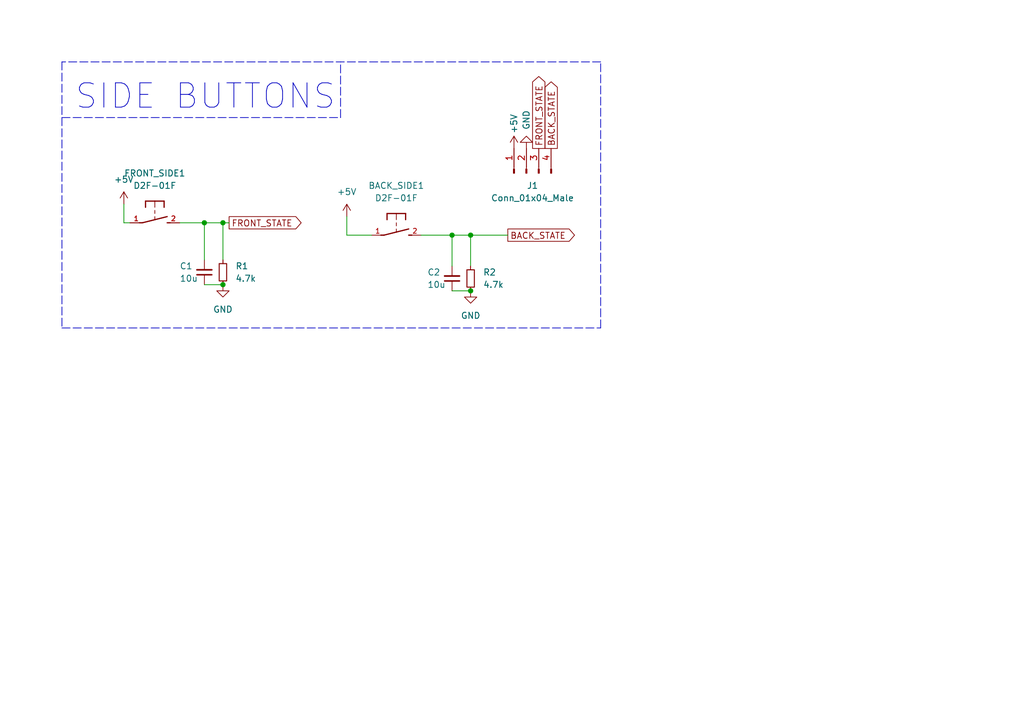
<source format=kicad_sch>
(kicad_sch (version 20211123) (generator eeschema)
  (paper "A5")
  (lib_symbols
    (symbol "Connector:Conn_01x04_Male" (pin_names (offset 1.016) hide)
      (property "Reference" "J" (at 0 5.08 0))
      (property "Value" "Conn_01x04_Male" (at 0 -7.62 0))
      (symbol "Conn_01x04_Male_1_1"
        (polyline (pts (xy 1.27 -5.08) (xy 0.8636 -5.08)) (stroke (width 0.1524)))
        (polyline (pts (xy 1.27 -2.54) (xy 0.8636 -2.54)) (stroke (width 0.1524)))
        (polyline (pts (xy 1.27 0) (xy 0.8636 0)) (stroke (width 0.1524)))
        (polyline (pts (xy 1.27 2.54) (xy 0.8636 2.54)) (stroke (width 0.1524)))
        (rectangle (start 0.8636 -4.953) (end 0 -5.207) (stroke (width 0.1524)) (fill (type outline)))
        (rectangle (start 0.8636 -2.413) (end 0 -2.667) (stroke (width 0.1524)) (fill (type outline)))
        (rectangle (start 0.8636 0.127) (end 0 -0.127) (stroke (width 0.1524)) (fill (type outline)))
        (rectangle (start 0.8636 2.667) (end 0 2.413) (stroke (width 0.1524)) (fill (type outline)))
        (pin passive line (at 5.08 2.54 180) (length 3.81) (name "Pin_1") (number "1"))
        (pin passive line (at 5.08 0 180) (length 3.81) (name "Pin_2") (number "2"))
        (pin passive line (at 5.08 -2.54 180) (length 3.81) (name "Pin_3") (number "3"))
        (pin passive line (at 5.08 -5.08 180) (length 3.81) (name "Pin_4") (number "4"))
      )
    )
    (symbol "Device:C_Small" (pin_numbers hide) (pin_names (offset 0.254) hide)
      (property "Reference" "C" (at 0.254 1.778 0))
      (property "Value" "C_Small" (at 0.254 -2.032 0))
      (symbol "C_Small_0_1"
        (polyline (pts (xy -1.524 -0.508) (xy 1.524 -0.508)) (stroke (width 0.3302)))
        (polyline (pts (xy -1.524 0.508) (xy 1.524 0.508)) (stroke (width 0.3048)))
      )
      (symbol "C_Small_1_1"
        (pin passive line (at 0 2.54 270) (length 2.032) (name "~") (number "1"))
        (pin passive line (at 0 -2.54 90) (length 2.032) (name "~") (number "2"))
      )
    )
    (symbol "Device:R_Small" (pin_numbers hide) (pin_names (offset 0.254) hide)
      (property "Reference" "R" (at 0.762 0.508 0))
      (property "Value" "R_Small" (at 0.762 -1.016 0))
      (symbol "R_Small_0_1"
        (rectangle (start -0.762 1.778) (end 0.762 -1.778) (stroke (width 0.2032)))
      )
      (symbol "R_Small_1_1"
        (pin passive line (at 0 2.54 270) (length 0.762) (name "~") (number "1"))
        (pin passive line (at 0 -2.54 90) (length 0.762) (name "~") (number "2"))
      )
    )
    (symbol "mouse:D2F-01F" (pin_names (offset 1.016) hide)
      (property "Reference" "SW" (at -1.905 6.35 0))
      (property "Value" "D2F-01F" (at 3.175 3.81 0))
      (symbol "D2F-01F_0_0"
        (polyline (pts (xy -3.175 0) (xy -2.54 0)) (stroke (width 0.254)))
        (polyline (pts (xy -2.54 0) (xy 0 0.635)) (stroke (width 0.254)))
        (polyline (pts (xy -1.905 4.445) (xy -1.905 3.175)) (stroke (width 0.254)))
        (polyline (pts (xy 0 0.635) (xy 2.54 1.27)) (stroke (width 0.254)))
        (polyline (pts (xy 0 1.27) (xy 0 0.635)) (stroke (width 0.1524)))
        (polyline (pts (xy 0 2.54) (xy 0 1.905)) (stroke (width 0.1524)))
        (polyline (pts (xy 0 4.445) (xy -1.905 4.445)) (stroke (width 0.254)))
        (polyline (pts (xy 0 4.445) (xy 0 3.175)) (stroke (width 0.1524)))
        (polyline (pts (xy 1.905 4.445) (xy 0 4.445)) (stroke (width 0.254)))
        (polyline (pts (xy 1.905 4.445) (xy 1.905 3.175)) (stroke (width 0.254)))
        (polyline (pts (xy 2.54 0) (xy 3.175 0)) (stroke (width 0.254)))
        (pin passive line (at -5.08 0 0) (length 2.54) (name "~") (number "1"))
        (pin passive line (at 5.08 0 180) (length 2.54) (name "~") (number "2"))
      )
    )
    (symbol "power:+5V" (power) (pin_names (offset 0))
      (property "Value" "+5V" (at 0 3.556 0))
      (symbol "+5V_0_1"
        (polyline (pts (xy -0.762 1.27) (xy 0 2.54)))
        (polyline (pts (xy 0 0) (xy 0 2.54)))
        (polyline (pts (xy 0 2.54) (xy 0.762 1.27)))
      )
      (symbol "+5V_1_1"
        (pin power_in line (at 0 0 90) (length 0) hide (name "+5V") (number "1"))
      )
    )
    (symbol "power:GND" (power) (pin_names (offset 0))
      (property "Value" "GND" (at 0 -3.81 0))
      (symbol "GND_0_1"
        (polyline (pts (xy 0 0) (xy 0 -1.27) (xy 1.27 -1.27) (xy 0 -2.54) (xy -1.27 -1.27) (xy 0 -1.27)))
      )
      (symbol "GND_1_1"
        (pin power_in line (at 0 0 270) (length 0) hide (name "GND") (number "1"))
      )
    )
  )
  (junction (at 45.72 45.72))
  (junction (at 41.91 45.72))
  (junction (at 96.52 59.69))
  (junction (at 92.71 48.26))
  (junction (at 45.72 58.42))
  (junction (at 96.52 48.26))
  (polyline (pts (xy 123.19 67.31) (xy 123.19 12.7)))
  (polyline (pts (xy 69.85 24.13) (xy 69.85 12.7)))
  (wire (pts (xy 92.71 48.26) (xy 96.52 48.26)))
  (wire (pts (xy 45.72 45.72) (xy 45.72 53.34)))
  (wire (pts (xy 45.72 45.72) (xy 46.99 45.72)))
  (wire (pts (xy 96.52 48.26) (xy 104.14 48.26)))
  (wire (pts (xy 41.91 45.72) (xy 45.72 45.72)))
  (wire (pts (xy 92.71 48.26) (xy 92.71 54.61)))
  (wire (pts (xy 92.71 59.69) (xy 96.52 59.69)))
  (wire (pts (xy 36.83 45.72) (xy 41.91 45.72)))
  (polyline (pts (xy 12.7 12.7) (xy 12.7 67.31)))
  (wire (pts (xy 41.91 58.42) (xy 45.72 58.42)))
  (polyline (pts (xy 12.7 67.31) (xy 123.19 67.31)))
  (polyline (pts (xy 12.7 24.13) (xy 69.85 24.13)))
  (wire (pts (xy 25.4 45.72) (xy 26.67 45.72)))
  (wire (pts (xy 71.12 44.45) (xy 71.12 48.26)))
  (wire (pts (xy 25.4 41.91) (xy 25.4 45.72)))
  (wire (pts (xy 96.52 48.26) (xy 96.52 54.61)))
  (wire (pts (xy 71.12 48.26) (xy 76.2 48.26)))
  (wire (pts (xy 41.91 45.72) (xy 41.91 53.34)))
  (wire (pts (xy 92.71 48.26) (xy 86.36 48.26)))
  (polyline (pts (xy 123.19 12.7) (xy 12.7 12.7)))
  (text "SIDE BUTTONS\n" (at 15.24 22.86 0) (effects (font (size 5 5)) (justify left bottom)))
  (global_label "FRONT_STATE" (shape output) (at 110.49 30.48 90) (property "Intersheet References" "${INTERSHEET_REFS}" (effects hide)))
  (global_label "BACK_STATE" (shape output) (at 113.03 30.48 90) (property "Intersheet References" "${INTERSHEET_REFS}" (effects hide)))
  (global_label "BACK_STATE" (shape output) (at 104.14 48.26 0) (property "Intersheet References" "${INTERSHEET_REFS}" (effects hide)))
  (global_label "FRONT_STATE" (shape output) (at 46.99 45.72 0) (property "Intersheet References" "${INTERSHEET_REFS}" (effects hide)))
  (symbol (lib_id "power:GND") (at 45.72 58.42 0) (unit 1)
    (property "Reference" "#PWR0102" (effects hide))
    (property "Value" "GND" (at 45.72 63.5 0))
  )
  (symbol (lib_id "Device:C_Small") (at 92.71 57.15 180) (unit 1)
    (property "Reference" "C2" (at 87.63 55.88 0) (effects (justify right)))
    (property "Value" "10u" (at 87.63 58.42 0) (effects (justify right)))
    (property "Footprint" "Capacitor_SMD:C_0805_2012Metric_Pad1.18x1.45mm_HandSolder" (effects hide))
  )
  (symbol (lib_id "power:+5V") (at 105.41 30.48 0) (unit 1)
    (property "Reference" "#PWR0104" (effects hide))
    (property "Value" "+5V" (at 105.41 25.4 90))
  )
  (symbol (lib_id "power:GND") (at 107.95 30.48 180) (unit 1)
    (property "Reference" "#PWR0105" (effects hide))
    (property "Value" "GND" (at 107.95 26.67 90) (effects (justify right)))
  )
  (symbol (lib_id "Device:C_Small") (at 41.91 55.88 180) (unit 1)
    (property "Reference" "C1" (at 36.83 54.61 0) (effects (justify right)))
    (property "Value" "10u" (at 36.83 57.15 0) (effects (justify right)))
    (property "Footprint" "Capacitor_SMD:C_0805_2012Metric_Pad1.18x1.45mm_HandSolder" (effects hide))
  )
  (symbol (lib_id "Device:R_Small") (at 45.72 55.88 180) (unit 1)
    (property "Reference" "R1" (at 48.26 54.6099 0) (effects (justify right)))
    (property "Value" "4.7k" (at 48.26 57.1499 0) (effects (justify right)))
    (property "Footprint" "Resistor_SMD:R_0805_2012Metric_Pad1.20x1.40mm_HandSolder" (effects hide))
    (property "part #" "RC0805FR-074K7L" (effects hide))
  )
  (symbol (lib_id "power:GND") (at 96.52 59.69 0) (unit 1)
    (property "Reference" "#PWR0106" (effects hide))
    (property "Value" "GND" (at 96.52 64.77 0))
  )
  (symbol (lib_id "power:+5V") (at 71.12 44.45 0) (unit 1)
    (property "Reference" "#PWR0103" (effects hide))
    (property "Value" "+5V" (at 71.12 39.37 0))
  )
  (symbol (lib_id "mouse:D2F-01F") (at 31.75 45.72 0) (unit 1)
    (property "Reference" "FRONT_SIDE1" (at 31.75 35.56 0))
    (property "Value" "D2F-01F" (at 31.75 38.1 0))
    (property "Footprint" "mouse:D2F-01F" (effects hide))
  )
  (symbol (lib_id "Device:R_Small") (at 96.52 57.15 180) (unit 1)
    (property "Reference" "R2" (at 99.06 55.8799 0) (effects (justify right)))
    (property "Value" "4.7k" (at 99.06 58.4199 0) (effects (justify right)))
    (property "Footprint" "Resistor_SMD:R_0805_2012Metric_Pad1.20x1.40mm_HandSolder" (effects hide))
    (property "part #" "RC0805FR-074K7L" (effects hide))
  )
  (symbol (lib_id "power:+5V") (at 25.4 41.91 0) (unit 1)
    (property "Reference" "#PWR0101" (effects hide))
    (property "Value" "+5V" (at 25.4 36.83 0))
  )
  (symbol (lib_id "Connector:Conn_01x04_Male") (at 107.95 35.56 90) (unit 1)
    (property "Reference" "J1" (at 109.22 38.1 90))
    (property "Value" "Conn_01x04_Male" (at 109.22 40.64 90))
    (property "Footprint" "Connector_PinHeader_2.54mm:PinHeader_1x04_P2.54mm_Vertical" (effects hide))
  )
  (symbol (lib_id "mouse:D2F-01F") (at 81.28 48.26 0) (unit 1)
    (property "Reference" "BACK_SIDE1" (at 81.28 38.1 0))
    (property "Value" "D2F-01F" (at 81.28 40.64 0))
    (property "Footprint" "mouse:D2F-01F" (effects hide))
  )
)
</source>
